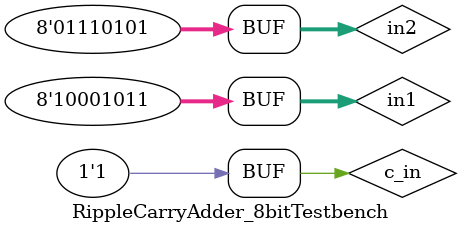
<source format=v>
`timescale 1ns / 1ps

/*
	Assignment Number: 3
	Problem Number: 1 Ripple Carry Adder
	Semester Number: 5
	Group Number: 22 
	Group Members: Nikhil Saraswat(20CS10039), Amit Kumar (20CS30003)
*/
//////////////////////////////////////////////////////////////////////////////////

module RippleCarryAdder_8bitTestbench;


	// Instantiate the Unit Under Test (UUT)
	RippleCarryAdder_8bit uut (
		.c_out(c_out),
		.sum(sum),
		.c_in(c_in),
		.in1(in1), 
		.in2(in2)
	);
	
	// Outputs
	wire c_out;
	wire [7:0] sum;
	
	// Inputs
	reg c_in;
	reg [7:0] in1, in2;


	initial begin
		$monitor ("in1 = %d, in2 = %d, c_in = %d, c_out = %d, sum = %d", in1, in2, c_in, c_out, sum);
		// Initialize Inputs
		c_in = 0;in1 = 8'd102; in2 = 8'd103; 
		#100;
		c_in = 1;in1 = 8'd203; in2 = 8'd2;
		#100;
		c_in = 0;in1 = 8'd141; in2 = 8'd114;
		#100;
		c_in = 0;in1 = 8'd140; in2 = 8'd116;
		#100;
		c_in = 1;in1 = 8'd139; in2 = 8'd117; 
	end
      
endmodule


</source>
